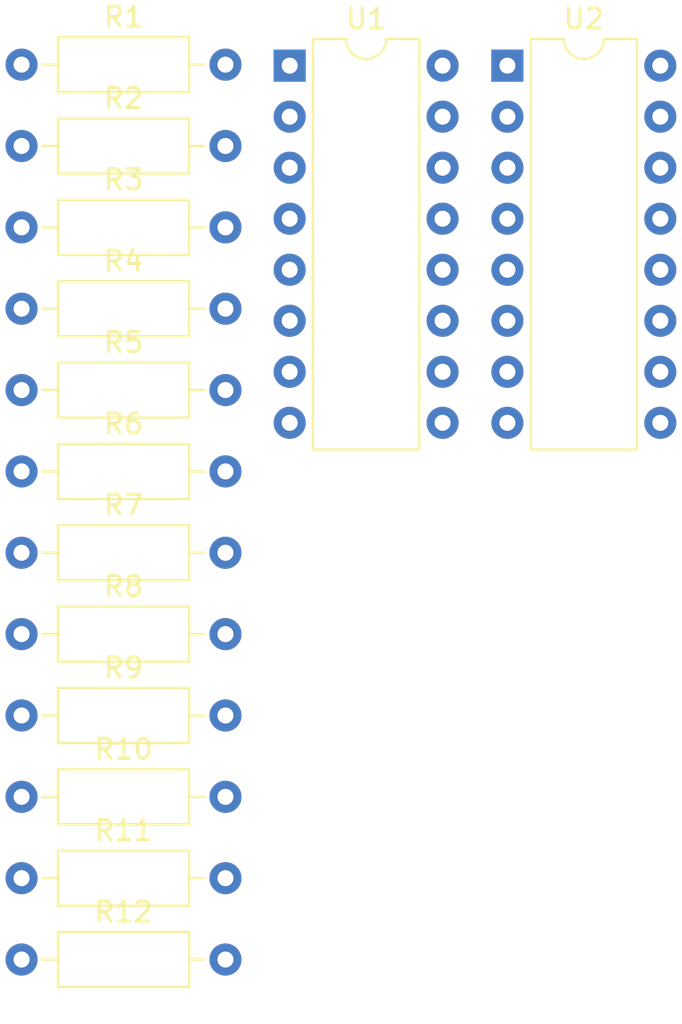
<source format=kicad_pcb>
(kicad_pcb (version 20221018) (generator pcbnew)
  (layers (0 "F.Cu" signal) (31 "B.Cu" signal) (34 "B.Paste" user) (35 "F.Paste" user) (36 "B.SilkS" user "B.Silkscreen") (37 "F.SilkS" user "F.Silkscreen") (38 "B.Mask" user) (39 "F.Mask" user) (44 "Edge.Cuts" user))
  (net 0 "")
  (net 1 "GNDD")
  (net 2 "GND")
  (net 3 "Net-(J2-Pin_3)")
  (net 4 "Net-(J2-Pin_4)")
  (net 5 "Net-(J2-Pin_5)")
  (net 6 "Net-(J1-Pin_6)")
  (net 7 "Net-(J1-Pin_7)")
  (net 8 "Net-(J1-Pin_8)")
  (net 9 "+3V3")
  (net 10 "Net-(R4-Pad2)")
  (net 11 "Net-(R5-Pad2)")
  (net 12 "Net-(R6-Pad2)")
  (net 13 "Net-(R7-Pad1)")
  (net 14 "+5V")
  (net 15 "Net-(R8-Pad1)")
  (net 16 "Net-(R9-Pad1)")
  (net 17 "Net-(J1-Pin_3)")
  (net 18 "Net-(J1-Pin_4)")
  (net 19 "Net-(J1-Pin_5)")
  (net 24 "Net-(J2-Pin_6)")
  (net 25 "Net-(J2-Pin_7)")
  (net 26 "Net-(J2-Pin_8)")
  (footprint "Resistor_THT:R_Axial_DIN0207_L6.3mm_D2.5mm_P10.16mm_Horizontal" (layer "F.Cu") (at 116.84 106.2)
    (fp_text reference "R10" (at 5.08 -2.37) (layer "F.SilkS"))
    (fp_text value "1kR")
    (fp_line (start 1.04 0) (end 1.81 0) (stroke (width 0.12)) (layer "F.SilkS"))
    (fp_line (start 1.81 -1.37) (end 1.81 1.37) (stroke (width 0.12)) (layer "F.SilkS"))
    (fp_line (start 1.81 1.37) (end 8.35 1.37) (stroke (width 0.12)) (layer "F.SilkS"))
    (fp_line (start 8.35 -1.37) (end 1.81 -1.37) (stroke (width 0.12)) (layer "F.SilkS"))
    (fp_line (start 8.35 1.37) (end 8.35 -1.37) (stroke (width 0.12)) (layer "F.SilkS"))
    (fp_line (start 9.12 0) (end 8.35 0) (stroke (width 0.12)) (layer "F.SilkS"))
    (pad "1" thru_hole circle (at 0 0) (size 1.6 1.6) (drill 0.8) (layers "*.Cu" "*.Mask") (net 14 "+5V"))
    (pad "2" thru_hole oval (at 10.16 0) (size 1.6 1.6) (drill 0.8) (layers "*.Cu" "*.Mask") (net 3 "Net-(J2-Pin_3)"))
  )
  (footprint "Resistor_THT:R_Axial_DIN0207_L6.3mm_D2.5mm_P10.16mm_Horizontal" (layer "F.Cu") (at 116.84 110.25)
    (fp_text reference "R11" (at 5.08 -2.37) (layer "F.SilkS"))
    (fp_text value "1kR")
    (fp_line (start 1.04 0) (end 1.81 0) (stroke (width 0.12)) (layer "F.SilkS"))
    (fp_line (start 1.81 -1.37) (end 1.81 1.37) (stroke (width 0.12)) (layer "F.SilkS"))
    (fp_line (start 1.81 1.37) (end 8.35 1.37) (stroke (width 0.12)) (layer "F.SilkS"))
    (fp_line (start 8.35 -1.37) (end 1.81 -1.37) (stroke (width 0.12)) (layer "F.SilkS"))
    (fp_line (start 8.35 1.37) (end 8.35 -1.37) (stroke (width 0.12)) (layer "F.SilkS"))
    (fp_line (start 9.12 0) (end 8.35 0) (stroke (width 0.12)) (layer "F.SilkS"))
    (pad "1" thru_hole circle (at 0 0) (size 1.6 1.6) (drill 0.8) (layers "*.Cu" "*.Mask") (net 14 "+5V"))
    (pad "2" thru_hole oval (at 10.16 0) (size 1.6 1.6) (drill 0.8) (layers "*.Cu" "*.Mask") (net 4 "Net-(J2-Pin_4)"))
  )
  (footprint "Resistor_THT:R_Axial_DIN0207_L6.3mm_D2.5mm_P10.16mm_Horizontal" (layer "F.Cu") (at 116.84 94.05)
    (fp_text reference "R7" (at 5.08 -2.37) (layer "F.SilkS"))
    (fp_text value "390R")
    (fp_line (start 1.04 0) (end 1.81 0) (stroke (width 0.12)) (layer "F.SilkS"))
    (fp_line (start 1.81 -1.37) (end 1.81 1.37) (stroke (width 0.12)) (layer "F.SilkS"))
    (fp_line (start 1.81 1.37) (end 8.35 1.37) (stroke (width 0.12)) (layer "F.SilkS"))
    (fp_line (start 8.35 -1.37) (end 1.81 -1.37) (stroke (width 0.12)) (layer "F.SilkS"))
    (fp_line (start 8.35 1.37) (end 8.35 -1.37) (stroke (width 0.12)) (layer "F.SilkS"))
    (fp_line (start 9.12 0) (end 8.35 0) (stroke (width 0.12)) (layer "F.SilkS"))
    (pad "1" thru_hole circle (at 0 0) (size 1.6 1.6) (drill 0.8) (layers "*.Cu" "*.Mask") (net 13 "Net-(R7-Pad1)"))
    (pad "2" thru_hole oval (at 10.16 0) (size 1.6 1.6) (drill 0.8) (layers "*.Cu" "*.Mask") (net 14 "+5V"))
  )
  (footprint "Resistor_THT:R_Axial_DIN0207_L6.3mm_D2.5mm_P10.16mm_Horizontal" (layer "F.Cu") (at 116.84 90)
    (fp_text reference "R6" (at 5.08 -2.37) (layer "F.SilkS"))
    (fp_text value "220R")
    (fp_line (start 1.04 0) (end 1.81 0) (stroke (width 0.12)) (layer "F.SilkS"))
    (fp_line (start 1.81 -1.37) (end 1.81 1.37) (stroke (width 0.12)) (layer "F.SilkS"))
    (fp_line (start 1.81 1.37) (end 8.35 1.37) (stroke (width 0.12)) (layer "F.SilkS"))
    (fp_line (start 8.35 -1.37) (end 1.81 -1.37) (stroke (width 0.12)) (layer "F.SilkS"))
    (fp_line (start 8.35 1.37) (end 8.35 -1.37) (stroke (width 0.12)) (layer "F.SilkS"))
    (fp_line (start 9.12 0) (end 8.35 0) (stroke (width 0.12)) (layer "F.SilkS"))
    (pad "1" thru_hole circle (at 0 0) (size 1.6 1.6) (drill 0.8) (layers "*.Cu" "*.Mask") (net 9 "+3V3"))
    (pad "2" thru_hole oval (at 10.16 0) (size 1.6 1.6) (drill 0.8) (layers "*.Cu" "*.Mask") (net 12 "Net-(R6-Pad2)"))
  )
  (footprint "Resistor_THT:R_Axial_DIN0207_L6.3mm_D2.5mm_P10.16mm_Horizontal" (layer "F.Cu") (at 116.84 81.9)
    (fp_text reference "R4" (at 5.08 -2.37) (layer "F.SilkS"))
    (fp_text value "220R")
    (fp_line (start 1.04 0) (end 1.81 0) (stroke (width 0.12)) (layer "F.SilkS"))
    (fp_line (start 1.81 -1.37) (end 1.81 1.37) (stroke (width 0.12)) (layer "F.SilkS"))
    (fp_line (start 1.81 1.37) (end 8.35 1.37) (stroke (width 0.12)) (layer "F.SilkS"))
    (fp_line (start 8.35 -1.37) (end 1.81 -1.37) (stroke (width 0.12)) (layer "F.SilkS"))
    (fp_line (start 8.35 1.37) (end 8.35 -1.37) (stroke (width 0.12)) (layer "F.SilkS"))
    (fp_line (start 9.12 0) (end 8.35 0) (stroke (width 0.12)) (layer "F.SilkS"))
    (pad "1" thru_hole circle (at 0 0) (size 1.6 1.6) (drill 0.8) (layers "*.Cu" "*.Mask") (net 9 "+3V3"))
    (pad "2" thru_hole oval (at 10.16 0) (size 1.6 1.6) (drill 0.8) (layers "*.Cu" "*.Mask") (net 10 "Net-(R4-Pad2)"))
  )
  (footprint "Resistor_THT:R_Axial_DIN0207_L6.3mm_D2.5mm_P10.16mm_Horizontal" (layer "F.Cu") (at 116.84 73.8)
    (fp_text reference "R2" (at 5.08 -2.37) (layer "F.SilkS"))
    (fp_text value "620R")
    (fp_line (start 1.04 0) (end 1.81 0) (stroke (width 0.12)) (layer "F.SilkS"))
    (fp_line (start 1.81 -1.37) (end 1.81 1.37) (stroke (width 0.12)) (layer "F.SilkS"))
    (fp_line (start 1.81 1.37) (end 8.35 1.37) (stroke (width 0.12)) (layer "F.SilkS"))
    (fp_line (start 8.35 -1.37) (end 1.81 -1.37) (stroke (width 0.12)) (layer "F.SilkS"))
    (fp_line (start 8.35 1.37) (end 8.35 -1.37) (stroke (width 0.12)) (layer "F.SilkS"))
    (fp_line (start 9.12 0) (end 8.35 0) (stroke (width 0.12)) (layer "F.SilkS"))
    (pad "1" thru_hole circle (at 0 0) (size 1.6 1.6) (drill 0.8) (layers "*.Cu" "*.Mask") (net 7 "Net-(J1-Pin_7)"))
    (pad "2" thru_hole oval (at 10.16 0) (size 1.6 1.6) (drill 0.8) (layers "*.Cu" "*.Mask") (net 9 "+3V3"))
  )
  (footprint "Resistor_THT:R_Axial_DIN0207_L6.3mm_D2.5mm_P10.16mm_Horizontal" (layer "F.Cu") (at 116.84 114.3)
    (fp_text reference "R12" (at 5.08 -2.37) (layer "F.SilkS"))
    (fp_text value "1kR")
    (fp_line (start 1.04 0) (end 1.81 0) (stroke (width 0.12)) (layer "F.SilkS"))
    (fp_line (start 1.81 -1.37) (end 1.81 1.37) (stroke (width 0.12)) (layer "F.SilkS"))
    (fp_line (start 1.81 1.37) (end 8.35 1.37) (stroke (width 0.12)) (layer "F.SilkS"))
    (fp_line (start 8.35 -1.37) (end 1.81 -1.37) (stroke (width 0.12)) (layer "F.SilkS"))
    (fp_line (start 8.35 1.37) (end 8.35 -1.37) (stroke (width 0.12)) (layer "F.SilkS"))
    (fp_line (start 9.12 0) (end 8.35 0) (stroke (width 0.12)) (layer "F.SilkS"))
    (pad "1" thru_hole circle (at 0 0) (size 1.6 1.6) (drill 0.8) (layers "*.Cu" "*.Mask") (net 14 "+5V"))
    (pad "2" thru_hole oval (at 10.16 0) (size 1.6 1.6) (drill 0.8) (layers "*.Cu" "*.Mask") (net 5 "Net-(J2-Pin_5)"))
  )
  (footprint "Resistor_THT:R_Axial_DIN0207_L6.3mm_D2.5mm_P10.16mm_Horizontal" (layer "F.Cu") (at 116.84 77.85)
    (fp_text reference "R3" (at 5.08 -2.37) (layer "F.SilkS"))
    (fp_text value "620R")
    (fp_line (start 1.04 0) (end 1.81 0) (stroke (width 0.12)) (layer "F.SilkS"))
    (fp_line (start 1.81 -1.37) (end 1.81 1.37) (stroke (width 0.12)) (layer "F.SilkS"))
    (fp_line (start 1.81 1.37) (end 8.35 1.37) (stroke (width 0.12)) (layer "F.SilkS"))
    (fp_line (start 8.35 -1.37) (end 1.81 -1.37) (stroke (width 0.12)) (layer "F.SilkS"))
    (fp_line (start 8.35 1.37) (end 8.35 -1.37) (stroke (width 0.12)) (layer "F.SilkS"))
    (fp_line (start 9.12 0) (end 8.35 0) (stroke (width 0.12)) (layer "F.SilkS"))
    (pad "1" thru_hole circle (at 0 0) (size 1.6 1.6) (drill 0.8) (layers "*.Cu" "*.Mask") (net 8 "Net-(J1-Pin_8)"))
    (pad "2" thru_hole oval (at 10.16 0) (size 1.6 1.6) (drill 0.8) (layers "*.Cu" "*.Mask") (net 9 "+3V3"))
  )
  (footprint "Resistor_THT:R_Axial_DIN0207_L6.3mm_D2.5mm_P10.16mm_Horizontal" (layer "F.Cu") (at 116.84 85.95)
    (fp_text reference "R5" (at 5.08 -2.37) (layer "F.SilkS"))
    (fp_text value "220R")
    (fp_line (start 1.04 0) (end 1.81 0) (stroke (width 0.12)) (layer "F.SilkS"))
    (fp_line (start 1.81 -1.37) (end 1.81 1.37) (stroke (width 0.12)) (layer "F.SilkS"))
    (fp_line (start 1.81 1.37) (end 8.35 1.37) (stroke (width 0.12)) (layer "F.SilkS"))
    (fp_line (start 8.35 -1.37) (end 1.81 -1.37) (stroke (width 0.12)) (layer "F.SilkS"))
    (fp_line (start 8.35 1.37) (end 8.35 -1.37) (stroke (width 0.12)) (layer "F.SilkS"))
    (fp_line (start 9.12 0) (end 8.35 0) (stroke (width 0.12)) (layer "F.SilkS"))
    (pad "1" thru_hole circle (at 0 0) (size 1.6 1.6) (drill 0.8) (layers "*.Cu" "*.Mask") (net 9 "+3V3"))
    (pad "2" thru_hole oval (at 10.16 0) (size 1.6 1.6) (drill 0.8) (layers "*.Cu" "*.Mask") (net 11 "Net-(R5-Pad2)"))
  )
  (footprint "Package_DIP:DIP-16_W7.62mm" (layer "F.Cu") (at 130.2 69.8)
    (fp_text reference "U1" (at 3.81 -2.33) (layer "F.SilkS"))
    (fp_text value "LTV-847")
    (fp_line (start 1.16 -1.33) (end 1.16 19.11) (stroke (width 0.12)) (layer "F.SilkS"))
    (fp_line (start 1.16 19.11) (end 6.46 19.11) (stroke (width 0.12)) (layer "F.SilkS"))
    (fp_line (start 2.81 -1.33) (end 1.16 -1.33) (stroke (width 0.12)) (layer "F.SilkS"))
    (fp_line (start 6.46 -1.33) (end 4.81 -1.33) (stroke (width 0.12)) (layer "F.SilkS"))
    (fp_line (start 6.46 19.11) (end 6.46 -1.33) (stroke (width 0.12)) (layer "F.SilkS"))
    (fp_arc (start 4.81 -1.33) (mid 3.81 -0.33) (end 2.81 -1.33) (stroke (width 0.12)) (layer "F.SilkS"))
    (pad "1" thru_hole rect (at 0 0) (size 1.6 1.6) (drill 0.8) (layers "*.Cu" "*.Mask") (net 10 "Net-(R4-Pad2)"))
    (pad "2" thru_hole oval (at 0 2.54) (size 1.6 1.6) (drill 0.8) (layers "*.Cu" "*.Mask") (net 17 "Net-(J1-Pin_3)"))
    (pad "3" thru_hole oval (at 0 5.08) (size 1.6 1.6) (drill 0.8) (layers "*.Cu" "*.Mask") (net 11 "Net-(R5-Pad2)"))
    (pad "4" thru_hole oval (at 0 7.62) (size 1.6 1.6) (drill 0.8) (layers "*.Cu" "*.Mask") (net 18 "Net-(J1-Pin_4)"))
    (pad "5" thru_hole oval (at 0 10.16) (size 1.6 1.6) (drill 0.8) (layers "*.Cu" "*.Mask") (net 12 "Net-(R6-Pad2)"))
    (pad "6" thru_hole oval (at 0 12.7) (size 1.6 1.6) (drill 0.8) (layers "*.Cu" "*.Mask") (net 19 "Net-(J1-Pin_5)"))
    (pad "7" thru_hole oval (at 0 15.24) (size 1.6 1.6) (drill 0.8) (layers "*.Cu" "*.Mask"))
    (pad "8" thru_hole oval (at 0 17.78) (size 1.6 1.6) (drill 0.8) (layers "*.Cu" "*.Mask"))
    (pad "9" thru_hole oval (at 7.62 17.78) (size 1.6 1.6) (drill 0.8) (layers "*.Cu" "*.Mask"))
    (pad "10" thru_hole oval (at 7.62 15.24) (size 1.6 1.6) (drill 0.8) (layers "*.Cu" "*.Mask"))
    (pad "11" thru_hole oval (at 7.62 12.7) (size 1.6 1.6) (drill 0.8) (layers "*.Cu" "*.Mask") (net 2 "GND"))
    (pad "12" thru_hole oval (at 7.62 10.16) (size 1.6 1.6) (drill 0.8) (layers "*.Cu" "*.Mask") (net 5 "Net-(J2-Pin_5)"))
    (pad "13" thru_hole oval (at 7.62 7.62) (size 1.6 1.6) (drill 0.8) (layers "*.Cu" "*.Mask") (net 2 "GND"))
    (pad "14" thru_hole oval (at 7.62 5.08) (size 1.6 1.6) (drill 0.8) (layers "*.Cu" "*.Mask") (net 4 "Net-(J2-Pin_4)"))
    (pad "15" thru_hole oval (at 7.62 2.54) (size 1.6 1.6) (drill 0.8) (layers "*.Cu" "*.Mask") (net 2 "GND"))
    (pad "16" thru_hole oval (at 7.62 0) (size 1.6 1.6) (drill 0.8) (layers "*.Cu" "*.Mask") (net 3 "Net-(J2-Pin_3)"))
  )
  (footprint "Package_DIP:DIP-16_W7.62mm" (layer "F.Cu") (at 141.05 69.8)
    (fp_text reference "U2" (at 3.81 -2.33) (layer "F.SilkS"))
    (fp_text value "LTV-847")
    (fp_line (start 1.16 -1.33) (end 1.16 19.11) (stroke (width 0.12)) (layer "F.SilkS"))
    (fp_line (start 1.16 19.11) (end 6.46 19.11) (stroke (width 0.12)) (layer "F.SilkS"))
    (fp_line (start 2.81 -1.33) (end 1.16 -1.33) (stroke (width 0.12)) (layer "F.SilkS"))
    (fp_line (start 6.46 -1.33) (end 4.81 -1.33) (stroke (width 0.12)) (layer "F.SilkS"))
    (fp_line (start 6.46 19.11) (end 6.46 -1.33) (stroke (width 0.12)) (layer "F.SilkS"))
    (fp_arc (start 4.81 -1.33) (mid 3.81 -0.33) (end 2.81 -1.33) (stroke (width 0.12)) (layer "F.SilkS"))
    (pad "1" thru_hole rect (at 0 0) (size 1.6 1.6) (drill 0.8) (layers "*.Cu" "*.Mask") (net 13 "Net-(R7-Pad1)"))
    (pad "2" thru_hole oval (at 0 2.54) (size 1.6 1.6) (drill 0.8) (layers "*.Cu" "*.Mask") (net 24 "Net-(J2-Pin_6)"))
    (pad "3" thru_hole oval (at 0 5.08) (size 1.6 1.6) (drill 0.8) (layers "*.Cu" "*.Mask") (net 15 "Net-(R8-Pad1)"))
    (pad "4" thru_hole oval (at 0 7.62) (size 1.6 1.6) (drill 0.8) (layers "*.Cu" "*.Mask") (net 25 "Net-(J2-Pin_7)"))
    (pad "5" thru_hole oval (at 0 10.16) (size 1.6 1.6) (drill 0.8) (layers "*.Cu" "*.Mask") (net 16 "Net-(R9-Pad1)"))
    (pad "6" thru_hole oval (at 0 12.7) (size 1.6 1.6) (drill 0.8) (layers "*.Cu" "*.Mask") (net 26 "Net-(J2-Pin_8)"))
    (pad "7" thru_hole oval (at 0 15.24) (size 1.6 1.6) (drill 0.8) (layers "*.Cu" "*.Mask"))
    (pad "8" thru_hole oval (at 0 17.78) (size 1.6 1.6) (drill 0.8) (layers "*.Cu" "*.Mask"))
    (pad "9" thru_hole oval (at 7.62 17.78) (size 1.6 1.6) (drill 0.8) (layers "*.Cu" "*.Mask"))
    (pad "10" thru_hole oval (at 7.62 15.24) (size 1.6 1.6) (drill 0.8) (layers "*.Cu" "*.Mask"))
    (pad "11" thru_hole oval (at 7.62 12.7) (size 1.6 1.6) (drill 0.8) (layers "*.Cu" "*.Mask") (net 1 "GNDD"))
    (pad "12" thru_hole oval (at 7.62 10.16) (size 1.6 1.6) (drill 0.8) (layers "*.Cu" "*.Mask") (net 8 "Net-(J1-Pin_8)"))
    (pad "13" thru_hole oval (at 7.62 7.62) (size 1.6 1.6) (drill 0.8) (layers "*.Cu" "*.Mask") (net 1 "GNDD"))
    (pad "14" thru_hole oval (at 7.62 5.08) (size 1.6 1.6) (drill 0.8) (layers "*.Cu" "*.Mask") (net 7 "Net-(J1-Pin_7)"))
    (pad "15" thru_hole oval (at 7.62 2.54) (size 1.6 1.6) (drill 0.8) (layers "*.Cu" "*.Mask") (net 1 "GNDD"))
    (pad "16" thru_hole oval (at 7.62 0) (size 1.6 1.6) (drill 0.8) (layers "*.Cu" "*.Mask") (net 6 "Net-(J1-Pin_6)"))
  )
  (footprint "Resistor_THT:R_Axial_DIN0207_L6.3mm_D2.5mm_P10.16mm_Horizontal" (layer "F.Cu") (at 116.84 102.15)
    (fp_text reference "R9" (at 5.08 -2.37) (layer "F.SilkS"))
    (fp_text value "390R")
    (fp_line (start 1.04 0) (end 1.81 0) (stroke (width 0.12)) (layer "F.SilkS"))
    (fp_line (start 1.81 -1.37) (end 1.81 1.37) (stroke (width 0.12)) (layer "F.SilkS"))
    (fp_line (start 1.81 1.37) (end 8.35 1.37) (stroke (width 0.12)) (layer "F.SilkS"))
    (fp_line (start 8.35 -1.37) (end 1.81 -1.37) (stroke (width 0.12)) (layer "F.SilkS"))
    (fp_line (start 8.35 1.37) (end 8.35 -1.37) (stroke (width 0.12)) (layer "F.SilkS"))
    (fp_line (start 9.12 0) (end 8.35 0) (stroke (width 0.12)) (layer "F.SilkS"))
    (pad "1" thru_hole circle (at 0 0) (size 1.6 1.6) (drill 0.8) (layers "*.Cu" "*.Mask") (net 16 "Net-(R9-Pad1)"))
    (pad "2" thru_hole oval (at 10.16 0) (size 1.6 1.6) (drill 0.8) (layers "*.Cu" "*.Mask") (net 14 "+5V"))
  )
  (footprint "Resistor_THT:R_Axial_DIN0207_L6.3mm_D2.5mm_P10.16mm_Horizontal" (layer "F.Cu") (at 116.84 69.75)
    (fp_text reference "R1" (at 5.08 -2.37) (layer "F.SilkS"))
    (fp_text value "620R")
    (fp_line (start 1.04 0) (end 1.81 0) (stroke (width 0.12)) (layer "F.SilkS"))
    (fp_line (start 1.81 -1.37) (end 1.81 1.37) (stroke (width 0.12)) (layer "F.SilkS"))
    (fp_line (start 1.81 1.37) (end 8.35 1.37) (stroke (width 0.12)) (layer "F.SilkS"))
    (fp_line (start 8.35 -1.37) (end 1.81 -1.37) (stroke (width 0.12)) (layer "F.SilkS"))
    (fp_line (start 8.35 1.37) (end 8.35 -1.37) (stroke (width 0.12)) (layer "F.SilkS"))
    (fp_line (start 9.12 0) (end 8.35 0) (stroke (width 0.12)) (layer "F.SilkS"))
    (pad "1" thru_hole circle (at 0 0) (size 1.6 1.6) (drill 0.8) (layers "*.Cu" "*.Mask") (net 6 "Net-(J1-Pin_6)"))
    (pad "2" thru_hole oval (at 10.16 0) (size 1.6 1.6) (drill 0.8) (layers "*.Cu" "*.Mask") (net 9 "+3V3"))
  )
  (footprint "Resistor_THT:R_Axial_DIN0207_L6.3mm_D2.5mm_P10.16mm_Horizontal" (layer "F.Cu") (at 116.84 98.1)
    (fp_text reference "R8" (at 5.08 -2.37) (layer "F.SilkS"))
    (fp_text value "390R")
    (fp_line (start 1.04 0) (end 1.81 0) (stroke (width 0.12)) (layer "F.SilkS"))
    (fp_line (start 1.81 -1.37) (end 1.81 1.37) (stroke (width 0.12)) (layer "F.SilkS"))
    (fp_line (start 1.81 1.37) (end 8.35 1.37) (stroke (width 0.12)) (layer "F.SilkS"))
    (fp_line (start 8.35 -1.37) (end 1.81 -1.37) (stroke (width 0.12)) (layer "F.SilkS"))
    (fp_line (start 8.35 1.37) (end 8.35 -1.37) (stroke (width 0.12)) (layer "F.SilkS"))
    (fp_line (start 9.12 0) (end 8.35 0) (stroke (width 0.12)) (layer "F.SilkS"))
    (pad "1" thru_hole circle (at 0 0) (size 1.6 1.6) (drill 0.8) (layers "*.Cu" "*.Mask") (net 15 "Net-(R8-Pad1)"))
    (pad "2" thru_hole oval (at 10.16 0) (size 1.6 1.6) (drill 0.8) (layers "*.Cu" "*.Mask") (net 14 "+5V"))
  )
)
</source>
